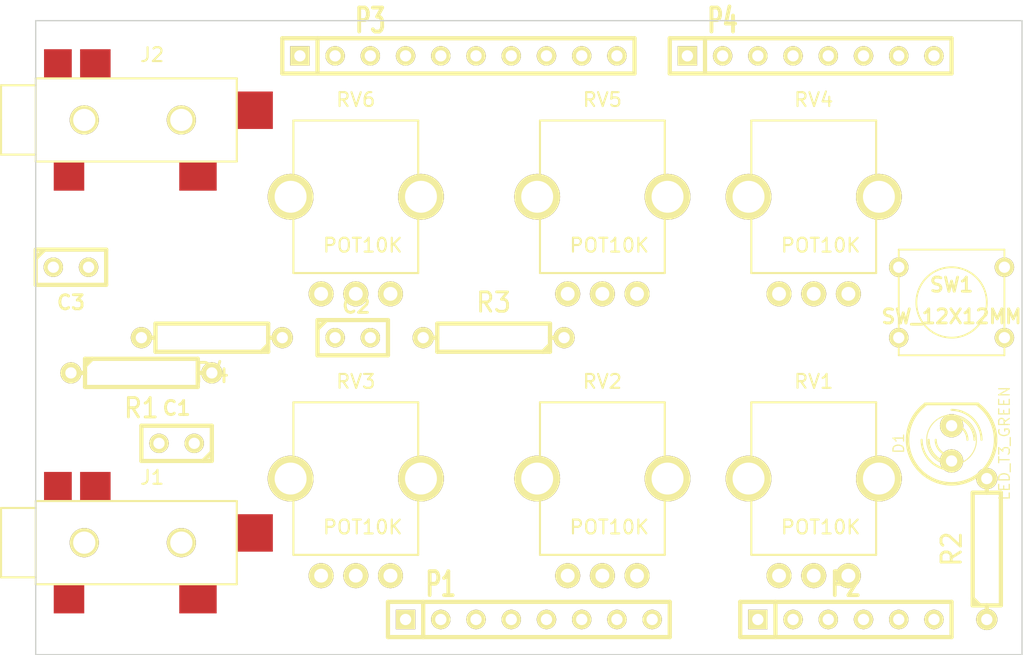
<source format=kicad_pcb>
(kicad_pcb (version 3) (host pcbnew "(2013-07-07 BZR 4022)-stable")

  (general
    (links 40)
    (no_connects 40)
    (area 59.400999 86.425309 170.497501 152.806401)
    (thickness 1.6)
    (drawings 4)
    (tracks 0)
    (zones 0)
    (modules 21)
    (nets 17)
  )

  (page A)
  (title_block 
    (title ArduSynth)
    (company "Electronics Is Fun / uCHobby")
    (comment 1 "Arduino Synthesizer Shield")
  )

  (layers
    (15 F.Cu signal)
    (0 B.Cu signal)
    (16 B.Adhes user)
    (17 F.Adhes user)
    (18 B.Paste user)
    (19 F.Paste user)
    (20 B.SilkS user)
    (21 F.SilkS user)
    (22 B.Mask user)
    (23 F.Mask user)
    (24 Dwgs.User user)
    (25 Cmts.User user)
    (26 Eco1.User user)
    (27 Eco2.User user)
    (28 Edge.Cuts user)
  )

  (setup
    (last_trace_width 0.254)
    (trace_clearance 0.254)
    (zone_clearance 0.508)
    (zone_45_only no)
    (trace_min 0.254)
    (segment_width 0.2)
    (edge_width 0.1)
    (via_size 0.889)
    (via_drill 0.635)
    (via_min_size 0.889)
    (via_min_drill 0.508)
    (uvia_size 0.508)
    (uvia_drill 0.127)
    (uvias_allowed no)
    (uvia_min_size 0.508)
    (uvia_min_drill 0.127)
    (pcb_text_width 0.3)
    (pcb_text_size 1.5 1.5)
    (mod_edge_width 0.15)
    (mod_text_size 1 1)
    (mod_text_width 0.15)
    (pad_size 1.8 1.8)
    (pad_drill 1)
    (pad_to_mask_clearance 0)
    (aux_axis_origin 96.52 81.28)
    (visible_elements 7FFFFFFF)
    (pcbplotparams
      (layerselection 3178497)
      (usegerberextensions true)
      (excludeedgelayer true)
      (linewidth 0.150000)
      (plotframeref false)
      (viasonmask false)
      (mode 1)
      (useauxorigin false)
      (hpglpennumber 1)
      (hpglpenspeed 20)
      (hpglpendiameter 15)
      (hpglpenoverlay 2)
      (psnegative false)
      (psa4output false)
      (plotreference true)
      (plotvalue true)
      (plotothertext true)
      (plotinvisibletext false)
      (padsonsilk false)
      (subtractmaskfromsilk false)
      (outputformat 1)
      (mirror false)
      (drillshape 1)
      (scaleselection 1)
      (outputdirectory ""))
  )

  (net 0 "")
  (net 1 /ADJ1)
  (net 2 /ADJ2)
  (net 3 /ADJ4)
  (net 4 /ADJ5)
  (net 5 "/AUDIO OUT")
  (net 6 /CV)
  (net 7 /TRIGGER)
  (net 8 N-0000013)
  (net 9 N-0000018)
  (net 10 N-0000022)
  (net 11 N-0000035)
  (net 12 N-0000036)
  (net 13 N-0000037)
  (net 14 N-0000038)
  (net 15 VDD)
  (net 16 VSS)

  (net_class Default "This is the default net class."
    (clearance 0.254)
    (trace_width 0.254)
    (via_dia 0.889)
    (via_drill 0.635)
    (uvia_dia 0.508)
    (uvia_drill 0.127)
    (add_net "")
    (add_net /ADJ1)
    (add_net /ADJ2)
    (add_net /ADJ4)
    (add_net /ADJ5)
    (add_net "/AUDIO OUT")
    (add_net /CV)
    (add_net /TRIGGER)
    (add_net N-0000013)
    (add_net N-0000018)
    (add_net N-0000022)
    (add_net N-0000035)
    (add_net N-0000036)
    (add_net N-0000037)
    (add_net N-0000038)
    (add_net VDD)
    (add_net VSS)
  )

  (module SW_PUSH_SMALL (layer F.Cu) (tedit 5477B842) (tstamp 54519B2B)
    (at 162.56 55.88)
    (path /54724C53)
    (fp_text reference SW1 (at 0 -1.27) (layer F.SilkS)
      (effects (font (size 1.016 1.016) (thickness 0.2032)))
    )
    (fp_text value SW_12X12MM (at 0 1.016) (layer F.SilkS)
      (effects (font (size 1.016 1.016) (thickness 0.2032)))
    )
    (fp_circle (center 0 0) (end 0 -2.54) (layer F.SilkS) (width 0.127))
    (fp_line (start -3.81 -3.81) (end 3.81 -3.81) (layer F.SilkS) (width 0.127))
    (fp_line (start 3.81 -3.81) (end 3.81 3.81) (layer F.SilkS) (width 0.127))
    (fp_line (start 3.81 3.81) (end -3.81 3.81) (layer F.SilkS) (width 0.127))
    (fp_line (start -3.81 -3.81) (end -3.81 3.81) (layer F.SilkS) (width 0.127))
    (pad 1 thru_hole circle (at 3.81 -2.54) (size 1.397 1.397) (drill 0.8128)
      (layers *.Cu *.Mask F.SilkS)
      (net 7 /TRIGGER)
    )
    (pad 2 thru_hole circle (at 3.81 2.54) (size 1.397 1.397) (drill 0.8128)
      (layers *.Cu *.Mask F.SilkS)
      (net 7 /TRIGGER)
    )
    (pad 1 thru_hole circle (at -3.81 -2.54) (size 1.397 1.397) (drill 0.8128)
      (layers *.Cu *.Mask F.SilkS)
      (net 7 /TRIGGER)
    )
    (pad 2 thru_hole circle (at -3.81 2.54) (size 1.397 1.397) (drill 0.8128)
      (layers *.Cu *.Mask F.SilkS)
      (net 7 /TRIGGER)
    )
  )

  (module R4 (layer F.Cu) (tedit 54519D78) (tstamp 54519B39)
    (at 165.1 73.66 90)
    (descr "Resitance 4 pas")
    (tags R)
    (path /54727E50)
    (autoplace_cost180 10)
    (fp_text reference R2 (at 0 -2.54 90) (layer F.SilkS)
      (effects (font (size 1.397 1.27) (thickness 0.2032)))
    )
    (fp_text value 330 (at 0 0 90) (layer F.SilkS) hide
      (effects (font (size 1.397 1.27) (thickness 0.2032)))
    )
    (fp_line (start -5.08 0) (end -4.064 0) (layer F.SilkS) (width 0.3048))
    (fp_line (start -4.064 0) (end -4.064 -1.016) (layer F.SilkS) (width 0.3048))
    (fp_line (start -4.064 -1.016) (end 4.064 -1.016) (layer F.SilkS) (width 0.3048))
    (fp_line (start 4.064 -1.016) (end 4.064 1.016) (layer F.SilkS) (width 0.3048))
    (fp_line (start 4.064 1.016) (end -4.064 1.016) (layer F.SilkS) (width 0.3048))
    (fp_line (start -4.064 1.016) (end -4.064 0) (layer F.SilkS) (width 0.3048))
    (fp_line (start -4.064 -0.508) (end -3.556 -1.016) (layer F.SilkS) (width 0.3048))
    (fp_line (start 5.08 0) (end 4.064 0) (layer F.SilkS) (width 0.3048))
    (pad 1 thru_hole circle (at -5.08 0 90) (size 1.524 1.524) (drill 0.8128)
      (layers *.Cu *.Mask F.SilkS)
      (net 15 VDD)
    )
    (pad 2 thru_hole circle (at 5.08 0 90) (size 1.524 1.524) (drill 0.8128)
      (layers *.Cu *.Mask F.SilkS)
      (net 11 N-0000035)
    )
    (model discret/resistor.wrl
      (at (xyz 0 0 0))
      (scale (xyz 0.4 0.4 0.4))
      (rotate (xyz 0 0 0))
    )
  )

  (module R4 (layer F.Cu) (tedit 5451B222) (tstamp 547B9895)
    (at 109.22 58.42 180)
    (descr "Resitance 4 pas")
    (tags R)
    (path /54727EB0)
    (autoplace_cost180 10)
    (fp_text reference R4 (at 0 -2.54 180) (layer F.SilkS)
      (effects (font (size 1.397 1.27) (thickness 0.2032)))
    )
    (fp_text value 100 (at 0 0 180) (layer F.SilkS) hide
      (effects (font (size 1.397 1.27) (thickness 0.2032)))
    )
    (fp_line (start -5.08 0) (end -4.064 0) (layer F.SilkS) (width 0.3048))
    (fp_line (start -4.064 0) (end -4.064 -1.016) (layer F.SilkS) (width 0.3048))
    (fp_line (start -4.064 -1.016) (end 4.064 -1.016) (layer F.SilkS) (width 0.3048))
    (fp_line (start 4.064 -1.016) (end 4.064 1.016) (layer F.SilkS) (width 0.3048))
    (fp_line (start 4.064 1.016) (end -4.064 1.016) (layer F.SilkS) (width 0.3048))
    (fp_line (start -4.064 1.016) (end -4.064 0) (layer F.SilkS) (width 0.3048))
    (fp_line (start -4.064 -0.508) (end -3.556 -1.016) (layer F.SilkS) (width 0.3048))
    (fp_line (start 5.08 0) (end 4.064 0) (layer F.SilkS) (width 0.3048))
    (pad 1 thru_hole circle (at -5.08 0 180) (size 1.524 1.524) (drill 0.8128)
      (layers *.Cu *.Mask F.SilkS)
      (net 14 N-0000038)
    )
    (pad 2 thru_hole circle (at 5.08 0 180) (size 1.524 1.524) (drill 0.8128)
      (layers *.Cu *.Mask F.SilkS)
      (net 13 N-0000037)
    )
    (model discret/resistor.wrl
      (at (xyz 0 0 0))
      (scale (xyz 0.4 0.4 0.4))
      (rotate (xyz 0 0 0))
    )
  )

  (module R4 (layer F.Cu) (tedit 54519D6D) (tstamp 54519B55)
    (at 104.14 60.96)
    (descr "Resitance 4 pas")
    (tags R)
    (path /54727E17)
    (autoplace_cost180 10)
    (fp_text reference R1 (at 0 2.54) (layer F.SilkS)
      (effects (font (size 1.397 1.27) (thickness 0.2032)))
    )
    (fp_text value 3.3K (at 0 0) (layer F.SilkS) hide
      (effects (font (size 1.397 1.27) (thickness 0.2032)))
    )
    (fp_line (start -5.08 0) (end -4.064 0) (layer F.SilkS) (width 0.3048))
    (fp_line (start -4.064 0) (end -4.064 -1.016) (layer F.SilkS) (width 0.3048))
    (fp_line (start -4.064 -1.016) (end 4.064 -1.016) (layer F.SilkS) (width 0.3048))
    (fp_line (start 4.064 -1.016) (end 4.064 1.016) (layer F.SilkS) (width 0.3048))
    (fp_line (start 4.064 1.016) (end -4.064 1.016) (layer F.SilkS) (width 0.3048))
    (fp_line (start -4.064 1.016) (end -4.064 0) (layer F.SilkS) (width 0.3048))
    (fp_line (start -4.064 -0.508) (end -3.556 -1.016) (layer F.SilkS) (width 0.3048))
    (fp_line (start 5.08 0) (end 4.064 0) (layer F.SilkS) (width 0.3048))
    (pad 1 thru_hole circle (at -5.08 0) (size 1.524 1.524) (drill 0.8128)
      (layers *.Cu *.Mask F.SilkS)
      (net 6 /CV)
    )
    (pad 2 thru_hole circle (at 5.08 0) (size 1.524 1.524) (drill 0.8128)
      (layers *.Cu *.Mask F.SilkS)
      (net 8 N-0000013)
    )
    (model discret/resistor.wrl
      (at (xyz 0 0 0))
      (scale (xyz 0.4 0.4 0.4))
      (rotate (xyz 0 0 0))
    )
  )

  (module R4 (layer F.Cu) (tedit 54779AD7) (tstamp 54519B63)
    (at 129.54 58.42 180)
    (descr "Resitance 4 pas")
    (tags R)
    (path /54727E80)
    (autoplace_cost180 10)
    (fp_text reference R3 (at 0 2.54 180) (layer F.SilkS)
      (effects (font (size 1.397 1.27) (thickness 0.2032)))
    )
    (fp_text value 270 (at 0 0 180) (layer F.SilkS) hide
      (effects (font (size 1.397 1.27) (thickness 0.2032)))
    )
    (fp_line (start -5.08 0) (end -4.064 0) (layer F.SilkS) (width 0.3048))
    (fp_line (start -4.064 0) (end -4.064 -1.016) (layer F.SilkS) (width 0.3048))
    (fp_line (start -4.064 -1.016) (end 4.064 -1.016) (layer F.SilkS) (width 0.3048))
    (fp_line (start 4.064 -1.016) (end 4.064 1.016) (layer F.SilkS) (width 0.3048))
    (fp_line (start 4.064 1.016) (end -4.064 1.016) (layer F.SilkS) (width 0.3048))
    (fp_line (start -4.064 1.016) (end -4.064 0) (layer F.SilkS) (width 0.3048))
    (fp_line (start -4.064 -0.508) (end -3.556 -1.016) (layer F.SilkS) (width 0.3048))
    (fp_line (start 5.08 0) (end 4.064 0) (layer F.SilkS) (width 0.3048))
    (pad 1 thru_hole circle (at -5.08 0 180) (size 1.524 1.524) (drill 0.8128)
      (layers *.Cu *.Mask F.SilkS)
      (net 12 N-0000036)
    )
    (pad 2 thru_hole circle (at 5.08 0 180) (size 1.524 1.524) (drill 0.8128)
      (layers *.Cu *.Mask F.SilkS)
      (net 14 N-0000038)
    )
    (model discret/resistor.wrl
      (at (xyz 0 0 0))
      (scale (xyz 0.4 0.4 0.4))
      (rotate (xyz 0 0 0))
    )
  )

  (module C1 (layer F.Cu) (tedit 54779B02) (tstamp 54519BC2)
    (at 106.68 66.04 180)
    (descr "Condensateur e = 1 pas")
    (tags C)
    (path /54728414)
    (fp_text reference C1 (at 0 2.54 180) (layer F.SilkS)
      (effects (font (size 1.016 1.016) (thickness 0.2032)))
    )
    (fp_text value 0.1UF (at 0 -2.286 180) (layer F.SilkS) hide
      (effects (font (size 1.016 1.016) (thickness 0.2032)))
    )
    (fp_line (start -2.4892 -1.27) (end 2.54 -1.27) (layer F.SilkS) (width 0.3048))
    (fp_line (start 2.54 -1.27) (end 2.54 1.27) (layer F.SilkS) (width 0.3048))
    (fp_line (start 2.54 1.27) (end -2.54 1.27) (layer F.SilkS) (width 0.3048))
    (fp_line (start -2.54 1.27) (end -2.54 -1.27) (layer F.SilkS) (width 0.3048))
    (fp_line (start -2.54 -0.635) (end -1.905 -1.27) (layer F.SilkS) (width 0.3048))
    (pad 1 thru_hole circle (at -1.27 0 180) (size 1.397 1.397) (drill 0.8128)
      (layers *.Cu *.Mask F.SilkS)
      (net 8 N-0000013)
    )
    (pad 2 thru_hole circle (at 1.27 0 180) (size 1.397 1.397) (drill 0.8128)
      (layers *.Cu *.Mask F.SilkS)
      (net 16 VSS)
    )
    (model discret/capa_1_pas.wrl
      (at (xyz 0 0 0))
      (scale (xyz 1 1 1))
      (rotate (xyz 0 0 0))
    )
  )

  (module C1 (layer F.Cu) (tedit 3F92C496) (tstamp 54519BCD)
    (at 119.38 58.42)
    (descr "Condensateur e = 1 pas")
    (tags C)
    (path /54728436)
    (fp_text reference C2 (at 0.254 -2.286) (layer F.SilkS)
      (effects (font (size 1.016 1.016) (thickness 0.2032)))
    )
    (fp_text value 0.1UF (at 0 -2.286) (layer F.SilkS) hide
      (effects (font (size 1.016 1.016) (thickness 0.2032)))
    )
    (fp_line (start -2.4892 -1.27) (end 2.54 -1.27) (layer F.SilkS) (width 0.3048))
    (fp_line (start 2.54 -1.27) (end 2.54 1.27) (layer F.SilkS) (width 0.3048))
    (fp_line (start 2.54 1.27) (end -2.54 1.27) (layer F.SilkS) (width 0.3048))
    (fp_line (start -2.54 1.27) (end -2.54 -1.27) (layer F.SilkS) (width 0.3048))
    (fp_line (start -2.54 -0.635) (end -1.905 -1.27) (layer F.SilkS) (width 0.3048))
    (pad 1 thru_hole circle (at -1.27 0) (size 1.397 1.397) (drill 0.8128)
      (layers *.Cu *.Mask F.SilkS)
      (net 14 N-0000038)
    )
    (pad 2 thru_hole circle (at 1.27 0) (size 1.397 1.397) (drill 0.8128)
      (layers *.Cu *.Mask F.SilkS)
      (net 16 VSS)
    )
    (model discret/capa_1_pas.wrl
      (at (xyz 0 0 0))
      (scale (xyz 1 1 1))
      (rotate (xyz 0 0 0))
    )
  )

  (module C1 (layer F.Cu) (tedit 54779AEB) (tstamp 54519BD8)
    (at 99.06 53.34)
    (descr "Condensateur e = 1 pas")
    (tags C)
    (path /547283B5)
    (fp_text reference C3 (at 0 2.54) (layer F.SilkS)
      (effects (font (size 1.016 1.016) (thickness 0.2032)))
    )
    (fp_text value 0.01UF (at 0 -2.286) (layer F.SilkS) hide
      (effects (font (size 1.016 1.016) (thickness 0.2032)))
    )
    (fp_line (start -2.4892 -1.27) (end 2.54 -1.27) (layer F.SilkS) (width 0.3048))
    (fp_line (start 2.54 -1.27) (end 2.54 1.27) (layer F.SilkS) (width 0.3048))
    (fp_line (start 2.54 1.27) (end -2.54 1.27) (layer F.SilkS) (width 0.3048))
    (fp_line (start -2.54 1.27) (end -2.54 -1.27) (layer F.SilkS) (width 0.3048))
    (fp_line (start -2.54 -0.635) (end -1.905 -1.27) (layer F.SilkS) (width 0.3048))
    (pad 1 thru_hole circle (at -1.27 0) (size 1.397 1.397) (drill 0.8128)
      (layers *.Cu *.Mask F.SilkS)
      (net 13 N-0000037)
    )
    (pad 2 thru_hole circle (at 1.27 0) (size 1.397 1.397) (drill 0.8128)
      (layers *.Cu *.Mask F.SilkS)
      (net 16 VSS)
    )
    (model discret/capa_1_pas.wrl
      (at (xyz 0 0 0))
      (scale (xyz 1 1 1))
      (rotate (xyz 0 0 0))
    )
  )

  (module SIL-8 (layer F.Cu) (tedit 5477B8C9) (tstamp 5451B169)
    (at 152.4 38.1)
    (descr "Connecteur 8 pins")
    (tags "CONN DEV")
    (path /54727477)
    (fp_text reference P4 (at -6.35 -2.54) (layer F.SilkS)
      (effects (font (size 1.72974 1.08712) (thickness 0.3048)))
    )
    (fp_text value ARD_CONN_8 (at 5.08 -2.54) (layer F.SilkS) hide
      (effects (font (size 1.524 1.016) (thickness 0.254)))
    )
    (fp_line (start -10.16 -1.27) (end 10.16 -1.27) (layer F.SilkS) (width 0.3048))
    (fp_line (start 10.16 -1.27) (end 10.16 1.27) (layer F.SilkS) (width 0.3048))
    (fp_line (start 10.16 1.27) (end -10.16 1.27) (layer F.SilkS) (width 0.3048))
    (fp_line (start -10.16 1.27) (end -10.16 -1.27) (layer F.SilkS) (width 0.3048))
    (fp_line (start -7.62 1.27) (end -7.62 -1.27) (layer F.SilkS) (width 0.3048))
    (pad 1 thru_hole rect (at -8.89 0) (size 1.397 1.397) (drill 0.8128)
      (layers *.Cu *.Mask F.SilkS)
    )
    (pad 2 thru_hole circle (at -6.35 0) (size 1.397 1.397) (drill 0.8128)
      (layers *.Cu *.Mask F.SilkS)
    )
    (pad 3 thru_hole circle (at -3.81 0) (size 1.397 1.397) (drill 0.8128)
      (layers *.Cu *.Mask F.SilkS)
    )
    (pad 4 thru_hole circle (at -1.27 0) (size 1.397 1.397) (drill 0.8128)
      (layers *.Cu *.Mask F.SilkS)
    )
    (pad 5 thru_hole circle (at 1.27 0) (size 1.397 1.397) (drill 0.8128)
      (layers *.Cu *.Mask F.SilkS)
    )
    (pad 6 thru_hole circle (at 3.81 0) (size 1.397 1.397) (drill 0.8128)
      (layers *.Cu *.Mask F.SilkS)
      (net 7 /TRIGGER)
    )
    (pad 7 thru_hole circle (at 6.35 0) (size 1.397 1.397) (drill 0.8128)
      (layers *.Cu *.Mask F.SilkS)
    )
    (pad 8 thru_hole circle (at 8.89 0) (size 1.397 1.397) (drill 0.8128)
      (layers *.Cu *.Mask F.SilkS)
    )
  )

  (module SIL-8 (layer F.Cu) (tedit 5477B8BD) (tstamp 5451B17A)
    (at 132.08 78.74)
    (descr "Connecteur 8 pins")
    (tags "CONN DEV")
    (path /5472745C)
    (fp_text reference P1 (at -6.35 -2.54) (layer F.SilkS)
      (effects (font (size 1.72974 1.08712) (thickness 0.3048)))
    )
    (fp_text value ARD_CONN_8 (at 5.08 -2.54) (layer F.SilkS) hide
      (effects (font (size 1.524 1.016) (thickness 0.254)))
    )
    (fp_line (start -10.16 -1.27) (end 10.16 -1.27) (layer F.SilkS) (width 0.3048))
    (fp_line (start 10.16 -1.27) (end 10.16 1.27) (layer F.SilkS) (width 0.3048))
    (fp_line (start 10.16 1.27) (end -10.16 1.27) (layer F.SilkS) (width 0.3048))
    (fp_line (start -10.16 1.27) (end -10.16 -1.27) (layer F.SilkS) (width 0.3048))
    (fp_line (start -7.62 1.27) (end -7.62 -1.27) (layer F.SilkS) (width 0.3048))
    (pad 1 thru_hole rect (at -8.89 0) (size 1.397 1.397) (drill 0.8128)
      (layers *.Cu *.Mask F.SilkS)
    )
    (pad 2 thru_hole circle (at -6.35 0) (size 1.397 1.397) (drill 0.8128)
      (layers *.Cu *.Mask F.SilkS)
    )
    (pad 3 thru_hole circle (at -3.81 0) (size 1.397 1.397) (drill 0.8128)
      (layers *.Cu *.Mask F.SilkS)
    )
    (pad 4 thru_hole circle (at -1.27 0) (size 1.397 1.397) (drill 0.8128)
      (layers *.Cu *.Mask F.SilkS)
    )
    (pad 5 thru_hole circle (at 1.27 0) (size 1.397 1.397) (drill 0.8128)
      (layers *.Cu *.Mask F.SilkS)
      (net 15 VDD)
    )
    (pad 6 thru_hole circle (at 3.81 0) (size 1.397 1.397) (drill 0.8128)
      (layers *.Cu *.Mask F.SilkS)
      (net 16 VSS)
    )
    (pad 7 thru_hole circle (at 6.35 0) (size 1.397 1.397) (drill 0.8128)
      (layers *.Cu *.Mask F.SilkS)
      (net 16 VSS)
    )
    (pad 8 thru_hole circle (at 8.89 0) (size 1.397 1.397) (drill 0.8128)
      (layers *.Cu *.Mask F.SilkS)
    )
  )

  (module SIL-6 (layer F.Cu) (tedit 200000) (tstamp 5451B189)
    (at 154.94 78.74)
    (descr "Connecteur 6 pins")
    (tags "CONN DEV")
    (path /54727517)
    (fp_text reference P2 (at 0 -2.54) (layer F.SilkS)
      (effects (font (size 1.72974 1.08712) (thickness 0.3048)))
    )
    (fp_text value ADR_CONN_6 (at 0 -2.54) (layer F.SilkS) hide
      (effects (font (size 1.524 1.016) (thickness 0.3048)))
    )
    (fp_line (start -7.62 1.27) (end -7.62 -1.27) (layer F.SilkS) (width 0.3048))
    (fp_line (start -7.62 -1.27) (end 7.62 -1.27) (layer F.SilkS) (width 0.3048))
    (fp_line (start 7.62 -1.27) (end 7.62 1.27) (layer F.SilkS) (width 0.3048))
    (fp_line (start 7.62 1.27) (end -7.62 1.27) (layer F.SilkS) (width 0.3048))
    (fp_line (start -5.08 1.27) (end -5.08 -1.27) (layer F.SilkS) (width 0.3048))
    (pad 1 thru_hole rect (at -6.35 0) (size 1.397 1.397) (drill 0.8128)
      (layers *.Cu *.Mask F.SilkS)
      (net 8 N-0000013)
    )
    (pad 2 thru_hole circle (at -3.81 0) (size 1.397 1.397) (drill 0.8128)
      (layers *.Cu *.Mask F.SilkS)
      (net 4 /ADJ5)
    )
    (pad 3 thru_hole circle (at -1.27 0) (size 1.397 1.397) (drill 0.8128)
      (layers *.Cu *.Mask F.SilkS)
      (net 3 /ADJ4)
    )
    (pad 4 thru_hole circle (at 1.27 0) (size 1.397 1.397) (drill 0.8128)
      (layers *.Cu *.Mask F.SilkS)
      (net 10 N-0000022)
    )
    (pad 5 thru_hole circle (at 3.81 0) (size 1.397 1.397) (drill 0.8128)
      (layers *.Cu *.Mask F.SilkS)
      (net 2 /ADJ2)
    )
    (pad 6 thru_hole circle (at 6.35 0) (size 1.397 1.397) (drill 0.8128)
      (layers *.Cu *.Mask F.SilkS)
      (net 1 /ADJ1)
    )
  )

  (module SIL-10 (layer F.Cu) (tedit 5477B8D4) (tstamp 5451B19C)
    (at 127 38.1)
    (descr "Connecteur 10 pins")
    (tags "CONN DEV")
    (path /54727532)
    (fp_text reference P3 (at -6.35 -2.54) (layer F.SilkS)
      (effects (font (size 1.72974 1.08712) (thickness 0.3048)))
    )
    (fp_text value ARD_CONN_10 (at 6.35 -2.54) (layer F.SilkS) hide
      (effects (font (size 1.524 1.016) (thickness 0.254)))
    )
    (fp_line (start -12.7 1.27) (end -12.7 -1.27) (layer F.SilkS) (width 0.3048))
    (fp_line (start -12.7 -1.27) (end 12.7 -1.27) (layer F.SilkS) (width 0.3048))
    (fp_line (start 12.7 -1.27) (end 12.7 1.27) (layer F.SilkS) (width 0.3048))
    (fp_line (start 12.7 1.27) (end -12.7 1.27) (layer F.SilkS) (width 0.3048))
    (fp_line (start -10.16 1.27) (end -10.16 -1.27) (layer F.SilkS) (width 0.3048))
    (pad 1 thru_hole rect (at -11.43 0) (size 1.397 1.397) (drill 0.8128)
      (layers *.Cu *.Mask F.SilkS)
    )
    (pad 2 thru_hole circle (at -8.89 0) (size 1.397 1.397) (drill 0.8128)
      (layers *.Cu *.Mask F.SilkS)
    )
    (pad 3 thru_hole circle (at -6.35 0) (size 1.397 1.397) (drill 0.8128)
      (layers *.Cu *.Mask F.SilkS)
    )
    (pad 4 thru_hole circle (at -3.81 0) (size 1.397 1.397) (drill 0.8128)
      (layers *.Cu *.Mask F.SilkS)
    )
    (pad 5 thru_hole circle (at -1.27 0) (size 1.397 1.397) (drill 0.8128)
      (layers *.Cu *.Mask F.SilkS)
      (net 9 N-0000018)
    )
    (pad 6 thru_hole circle (at 1.27 0) (size 1.397 1.397) (drill 0.8128)
      (layers *.Cu *.Mask F.SilkS)
    )
    (pad 7 thru_hole circle (at 3.81 0) (size 1.397 1.397) (drill 0.8128)
      (layers *.Cu *.Mask F.SilkS)
    )
    (pad 8 thru_hole circle (at 6.35 0) (size 1.397 1.397) (drill 0.8128)
      (layers *.Cu *.Mask F.SilkS)
    )
    (pad 9 thru_hole circle (at 8.89 0) (size 1.397 1.397) (drill 0.8128)
      (layers *.Cu *.Mask F.SilkS)
      (net 12 N-0000036)
    )
    (pad 10 thru_hole circle (at 11.43 0) (size 1.397 1.397) (drill 0.8128)
      (layers *.Cu *.Mask F.SilkS)
    )
  )

  (module LED-5MM (layer F.Cu) (tedit 50ADE86B) (tstamp 5451B452)
    (at 162.56 66.04 90)
    (descr "LED 5mm - Lead pitch 100mil (2,54mm)")
    (tags "LED led 5mm 5MM 100mil 2,54mm")
    (path /54727886)
    (fp_text reference D1 (at 0 -3.81 90) (layer F.SilkS)
      (effects (font (size 0.762 0.762) (thickness 0.0889)))
    )
    (fp_text value LED_T3_GREEN (at 0 3.81 90) (layer F.SilkS)
      (effects (font (size 0.762 0.762) (thickness 0.0889)))
    )
    (fp_line (start 2.8448 1.905) (end 2.8448 -1.905) (layer F.SilkS) (width 0.2032))
    (fp_circle (center 0.254 0) (end -1.016 1.27) (layer F.SilkS) (width 0.0762))
    (fp_arc (start 0.254 0) (end 2.794 1.905) (angle 286.2) (layer F.SilkS) (width 0.254))
    (fp_arc (start 0.254 0) (end -0.889 0) (angle 90) (layer F.SilkS) (width 0.1524))
    (fp_arc (start 0.254 0) (end 1.397 0) (angle 90) (layer F.SilkS) (width 0.1524))
    (fp_arc (start 0.254 0) (end -1.397 0) (angle 90) (layer F.SilkS) (width 0.1524))
    (fp_arc (start 0.254 0) (end 1.905 0) (angle 90) (layer F.SilkS) (width 0.1524))
    (fp_arc (start 0.254 0) (end -1.905 0) (angle 90) (layer F.SilkS) (width 0.1524))
    (fp_arc (start 0.254 0) (end 2.413 0) (angle 90) (layer F.SilkS) (width 0.1524))
    (pad 1 thru_hole circle (at -1.27 0 90) (size 1.6764 1.6764) (drill 0.8128)
      (layers *.Cu *.Mask F.SilkS)
      (net 11 N-0000035)
    )
    (pad 2 thru_hole circle (at 1.27 0 90) (size 1.6764 1.6764) (drill 0.8128)
      (layers *.Cu *.Mask F.SilkS)
      (net 9 N-0000018)
    )
    (model discret/leds/led5_vertical_verde.wrl
      (at (xyz 0 0 0))
      (scale (xyz 1 1 1))
      (rotate (xyz 0 0 0))
    )
  )

  (module JACK_3.5mm (layer F.Cu) (tedit 5477AB42) (tstamp 54780B9D)
    (at 96.52 76.2)
    (path /54726877)
    (fp_text reference J1 (at 8.4 -7.7) (layer F.SilkS)
      (effects (font (size 1 1) (thickness 0.15)))
    )
    (fp_text value STEREO_JACK_3.5MM (at 7.4 -0.9) (layer F.SilkS) hide
      (effects (font (size 1 1) (thickness 0.15)))
    )
    (fp_line (start -2.5 -3) (end -2.5 -0.5) (layer F.SilkS) (width 0.15))
    (fp_line (start -2.5 -0.5) (end 0 -0.5) (layer F.SilkS) (width 0.15))
    (fp_line (start -2.5 -3) (end -2.5 -5.5) (layer F.SilkS) (width 0.15))
    (fp_line (start -2.5 -5.5) (end 0 -5.5) (layer F.SilkS) (width 0.15))
    (fp_line (start 0 0) (end 14.5 0) (layer F.SilkS) (width 0.15))
    (fp_line (start 14.5 0) (end 14.5 -6) (layer F.SilkS) (width 0.15))
    (fp_line (start 14.5 -6) (end 0 -6) (layer F.SilkS) (width 0.15))
    (fp_line (start 0 -6) (end 0 0) (layer F.SilkS) (width 0.15))
    (pad 2 smd rect (at 4.3 -7.05) (size 2.2 2.1)
      (layers F.Cu F.Paste F.Mask)
      (net 6 /CV)
    )
    (pad 3 smd rect (at 11.7 1.05) (size 2.7 2.1)
      (layers F.Cu F.Paste F.Mask)
      (net 6 /CV)
    )
    (pad 4 smd rect (at 1.6 -7.05) (size 2 2.1)
      (layers F.Cu F.Paste F.Mask)
    )
    (pad 5 smd rect (at 15.8 -3.7) (size 2.6 2.7)
      (layers F.Cu F.Paste F.Mask)
    )
    (pad 1 smd rect (at 2.4 1.05) (size 2.2 2.1)
      (layers F.Cu F.Paste F.Mask)
      (net 16 VSS)
    )
    (pad 7 thru_hole circle (at 10.5 -3) (size 2.1 2.1) (drill 1.6)
      (layers *.Cu *.Mask F.SilkS Dwgs.User)
      (zone_connect 0)
    )
    (pad 6 thru_hole circle (at 3.5 -3) (size 2.1 2.1) (drill 1.6)
      (layers *.Cu *.Mask F.SilkS Dwgs.User)
      (zone_connect 0)
    )
  )

  (module JACK_3.5mm (layer F.Cu) (tedit 5477AB42) (tstamp 54780BCF)
    (at 96.52 45.72)
    (path /547268B0)
    (fp_text reference J2 (at 8.4 -7.7) (layer F.SilkS)
      (effects (font (size 1 1) (thickness 0.15)))
    )
    (fp_text value STEREO_JACK_3.5MM (at 7.4 -0.9) (layer F.SilkS) hide
      (effects (font (size 1 1) (thickness 0.15)))
    )
    (fp_line (start -2.5 -3) (end -2.5 -0.5) (layer F.SilkS) (width 0.15))
    (fp_line (start -2.5 -0.5) (end 0 -0.5) (layer F.SilkS) (width 0.15))
    (fp_line (start -2.5 -3) (end -2.5 -5.5) (layer F.SilkS) (width 0.15))
    (fp_line (start -2.5 -5.5) (end 0 -5.5) (layer F.SilkS) (width 0.15))
    (fp_line (start 0 0) (end 14.5 0) (layer F.SilkS) (width 0.15))
    (fp_line (start 14.5 0) (end 14.5 -6) (layer F.SilkS) (width 0.15))
    (fp_line (start 14.5 -6) (end 0 -6) (layer F.SilkS) (width 0.15))
    (fp_line (start 0 -6) (end 0 0) (layer F.SilkS) (width 0.15))
    (pad 2 smd rect (at 4.3 -7.05) (size 2.2 2.1)
      (layers F.Cu F.Paste F.Mask)
      (net 5 "/AUDIO OUT")
    )
    (pad 3 smd rect (at 11.7 1.05) (size 2.7 2.1)
      (layers F.Cu F.Paste F.Mask)
      (net 5 "/AUDIO OUT")
    )
    (pad 4 smd rect (at 1.6 -7.05) (size 2 2.1)
      (layers F.Cu F.Paste F.Mask)
    )
    (pad 5 smd rect (at 15.8 -3.7) (size 2.6 2.7)
      (layers F.Cu F.Paste F.Mask)
    )
    (pad 1 smd rect (at 2.4 1.05) (size 2.2 2.1)
      (layers F.Cu F.Paste F.Mask)
      (net 16 VSS)
    )
    (pad 7 thru_hole circle (at 10.5 -3) (size 2.1 2.1) (drill 1.6)
      (layers *.Cu *.Mask F.SilkS Dwgs.User)
      (zone_connect 0)
    )
    (pad 6 thru_hole circle (at 3.5 -3) (size 2.1 2.1) (drill 1.6)
      (layers *.Cu *.Mask F.SilkS Dwgs.User)
      (zone_connect 0)
    )
  )

  (module ALPS-10x10mm (layer F.Cu) (tedit 547B9495) (tstamp 54519B71)
    (at 147.32 68.58)
    (path /5472557B)
    (fp_text reference RV1 (at 5.3 -7) (layer F.SilkS)
      (effects (font (size 1 1) (thickness 0.15)))
    )
    (fp_text value POT10K (at 5.8 3.5) (layer F.SilkS)
      (effects (font (size 1 1) (thickness 0.15)))
    )
    (fp_line (start 9.8 5.5) (end 9.8 -5.5) (layer F.SilkS) (width 0.15))
    (fp_line (start 0.8 5.5) (end 0.8 -5.5) (layer F.SilkS) (width 0.15))
    (fp_line (start 9.8 5.5) (end 0.8 5.5) (layer F.SilkS) (width 0.15))
    (fp_line (start 9.8 -5.5) (end 0.8 -5.5) (layer F.SilkS) (width 0.15))
    (pad 1 thru_hole circle (at 2.8 7) (size 1.8 1.8) (drill 1)
      (layers *.Cu *.Mask F.SilkS)
      (net 16 VSS)
    )
    (pad 2 thru_hole circle (at 5.3 7) (size 1.8 1.8) (drill 1)
      (layers *.Cu *.Mask F.SilkS)
      (net 1 /ADJ1)
    )
    (pad 3 thru_hole circle (at 7.8 7) (size 1.8 1.8) (drill 1)
      (layers *.Cu *.Mask F.SilkS)
      (net 15 VDD)
    )
    (pad 4 thru_hole circle (at 0.6 0) (size 3.3 3.3) (drill 2.3)
      (layers *.Cu *.Mask F.SilkS)
    )
    (pad 5 thru_hole circle (at 10 0) (size 3.3 3.3) (drill 2.3)
      (layers *.Cu *.Mask F.SilkS)
    )
  )

  (module ALPS-10x10mm (layer F.Cu) (tedit 547B9495) (tstamp 54519B7F)
    (at 147.32 48.26)
    (path /547255CC)
    (fp_text reference RV4 (at 5.3 -7) (layer F.SilkS)
      (effects (font (size 1 1) (thickness 0.15)))
    )
    (fp_text value POT10K (at 5.8 3.5) (layer F.SilkS)
      (effects (font (size 1 1) (thickness 0.15)))
    )
    (fp_line (start 9.8 5.5) (end 9.8 -5.5) (layer F.SilkS) (width 0.15))
    (fp_line (start 0.8 5.5) (end 0.8 -5.5) (layer F.SilkS) (width 0.15))
    (fp_line (start 9.8 5.5) (end 0.8 5.5) (layer F.SilkS) (width 0.15))
    (fp_line (start 9.8 -5.5) (end 0.8 -5.5) (layer F.SilkS) (width 0.15))
    (pad 1 thru_hole circle (at 2.8 7) (size 1.8 1.8) (drill 1)
      (layers *.Cu *.Mask F.SilkS)
      (net 16 VSS)
    )
    (pad 2 thru_hole circle (at 5.3 7) (size 1.8 1.8) (drill 1)
      (layers *.Cu *.Mask F.SilkS)
      (net 3 /ADJ4)
    )
    (pad 3 thru_hole circle (at 7.8 7) (size 1.8 1.8) (drill 1)
      (layers *.Cu *.Mask F.SilkS)
      (net 15 VDD)
    )
    (pad 4 thru_hole circle (at 0.6 0) (size 3.3 3.3) (drill 2.3)
      (layers *.Cu *.Mask F.SilkS)
    )
    (pad 5 thru_hole circle (at 10 0) (size 3.3 3.3) (drill 2.3)
      (layers *.Cu *.Mask F.SilkS)
    )
  )

  (module ALPS-10x10mm (layer F.Cu) (tedit 547B9495) (tstamp 54519B8D)
    (at 132.08 48.26)
    (path /547255E7)
    (fp_text reference RV5 (at 5.3 -7) (layer F.SilkS)
      (effects (font (size 1 1) (thickness 0.15)))
    )
    (fp_text value POT10K (at 5.8 3.5) (layer F.SilkS)
      (effects (font (size 1 1) (thickness 0.15)))
    )
    (fp_line (start 9.8 5.5) (end 9.8 -5.5) (layer F.SilkS) (width 0.15))
    (fp_line (start 0.8 5.5) (end 0.8 -5.5) (layer F.SilkS) (width 0.15))
    (fp_line (start 9.8 5.5) (end 0.8 5.5) (layer F.SilkS) (width 0.15))
    (fp_line (start 9.8 -5.5) (end 0.8 -5.5) (layer F.SilkS) (width 0.15))
    (pad 1 thru_hole circle (at 2.8 7) (size 1.8 1.8) (drill 1)
      (layers *.Cu *.Mask F.SilkS)
      (net 16 VSS)
    )
    (pad 2 thru_hole circle (at 5.3 7) (size 1.8 1.8) (drill 1)
      (layers *.Cu *.Mask F.SilkS)
      (net 4 /ADJ5)
    )
    (pad 3 thru_hole circle (at 7.8 7) (size 1.8 1.8) (drill 1)
      (layers *.Cu *.Mask F.SilkS)
      (net 15 VDD)
    )
    (pad 4 thru_hole circle (at 0.6 0) (size 3.3 3.3) (drill 2.3)
      (layers *.Cu *.Mask F.SilkS)
    )
    (pad 5 thru_hole circle (at 10 0) (size 3.3 3.3) (drill 2.3)
      (layers *.Cu *.Mask F.SilkS)
    )
  )

  (module ALPS-10x10mm (layer F.Cu) (tedit 547B9495) (tstamp 54519B9B)
    (at 114.3 48.26)
    (path /54726F00)
    (fp_text reference RV6 (at 5.3 -7) (layer F.SilkS)
      (effects (font (size 1 1) (thickness 0.15)))
    )
    (fp_text value POT10K (at 5.8 3.5) (layer F.SilkS)
      (effects (font (size 1 1) (thickness 0.15)))
    )
    (fp_line (start 9.8 5.5) (end 9.8 -5.5) (layer F.SilkS) (width 0.15))
    (fp_line (start 0.8 5.5) (end 0.8 -5.5) (layer F.SilkS) (width 0.15))
    (fp_line (start 9.8 5.5) (end 0.8 5.5) (layer F.SilkS) (width 0.15))
    (fp_line (start 9.8 -5.5) (end 0.8 -5.5) (layer F.SilkS) (width 0.15))
    (pad 1 thru_hole circle (at 2.8 7) (size 1.8 1.8) (drill 1)
      (layers *.Cu *.Mask F.SilkS)
      (net 16 VSS)
    )
    (pad 2 thru_hole circle (at 5.3 7) (size 1.8 1.8) (drill 1)
      (layers *.Cu *.Mask F.SilkS)
      (net 5 "/AUDIO OUT")
    )
    (pad 3 thru_hole circle (at 7.8 7) (size 1.8 1.8) (drill 1)
      (layers *.Cu *.Mask F.SilkS)
      (net 13 N-0000037)
    )
    (pad 4 thru_hole circle (at 0.6 0) (size 3.3 3.3) (drill 2.3)
      (layers *.Cu *.Mask F.SilkS)
    )
    (pad 5 thru_hole circle (at 10 0) (size 3.3 3.3) (drill 2.3)
      (layers *.Cu *.Mask F.SilkS)
    )
  )

  (module ALPS-10x10mm (layer F.Cu) (tedit 547B9495) (tstamp 54519BA9)
    (at 132.08 68.58)
    (path /54725596)
    (fp_text reference RV2 (at 5.3 -7) (layer F.SilkS)
      (effects (font (size 1 1) (thickness 0.15)))
    )
    (fp_text value POT10K (at 5.8 3.5) (layer F.SilkS)
      (effects (font (size 1 1) (thickness 0.15)))
    )
    (fp_line (start 9.8 5.5) (end 9.8 -5.5) (layer F.SilkS) (width 0.15))
    (fp_line (start 0.8 5.5) (end 0.8 -5.5) (layer F.SilkS) (width 0.15))
    (fp_line (start 9.8 5.5) (end 0.8 5.5) (layer F.SilkS) (width 0.15))
    (fp_line (start 9.8 -5.5) (end 0.8 -5.5) (layer F.SilkS) (width 0.15))
    (pad 1 thru_hole circle (at 2.8 7) (size 1.8 1.8) (drill 1)
      (layers *.Cu *.Mask F.SilkS)
      (net 16 VSS)
    )
    (pad 2 thru_hole circle (at 5.3 7) (size 1.8 1.8) (drill 1)
      (layers *.Cu *.Mask F.SilkS)
      (net 2 /ADJ2)
    )
    (pad 3 thru_hole circle (at 7.8 7) (size 1.8 1.8) (drill 1)
      (layers *.Cu *.Mask F.SilkS)
      (net 15 VDD)
    )
    (pad 4 thru_hole circle (at 0.6 0) (size 3.3 3.3) (drill 2.3)
      (layers *.Cu *.Mask F.SilkS)
    )
    (pad 5 thru_hole circle (at 10 0) (size 3.3 3.3) (drill 2.3)
      (layers *.Cu *.Mask F.SilkS)
    )
  )

  (module ALPS-10x10mm (layer F.Cu) (tedit 547B9495) (tstamp 54519BB7)
    (at 114.3 68.58)
    (path /547255B1)
    (fp_text reference RV3 (at 5.3 -7) (layer F.SilkS)
      (effects (font (size 1 1) (thickness 0.15)))
    )
    (fp_text value POT10K (at 5.8 3.5) (layer F.SilkS)
      (effects (font (size 1 1) (thickness 0.15)))
    )
    (fp_line (start 9.8 5.5) (end 9.8 -5.5) (layer F.SilkS) (width 0.15))
    (fp_line (start 0.8 5.5) (end 0.8 -5.5) (layer F.SilkS) (width 0.15))
    (fp_line (start 9.8 5.5) (end 0.8 5.5) (layer F.SilkS) (width 0.15))
    (fp_line (start 9.8 -5.5) (end 0.8 -5.5) (layer F.SilkS) (width 0.15))
    (pad 1 thru_hole circle (at 2.8 7) (size 1.8 1.8) (drill 1)
      (layers *.Cu *.Mask F.SilkS)
      (net 16 VSS)
    )
    (pad 2 thru_hole circle (at 5.3 7) (size 1.8 1.8) (drill 1)
      (layers *.Cu *.Mask F.SilkS)
      (net 10 N-0000022)
    )
    (pad 3 thru_hole circle (at 7.8 7) (size 1.8 1.8) (drill 1)
      (layers *.Cu *.Mask F.SilkS)
      (net 15 VDD)
    )
    (pad 4 thru_hole circle (at 0.6 0) (size 3.3 3.3) (drill 2.3)
      (layers *.Cu *.Mask F.SilkS)
    )
    (pad 5 thru_hole circle (at 10 0) (size 3.3 3.3) (drill 2.3)
      (layers *.Cu *.Mask F.SilkS)
    )
  )

  (gr_line (start 96.52 35.56) (end 96.52 81.28) (angle 90) (layer Edge.Cuts) (width 0.1))
  (gr_line (start 167.64 35.56) (end 96.52 35.56) (angle 90) (layer Edge.Cuts) (width 0.1))
  (gr_line (start 167.64 81.28) (end 167.64 35.56) (angle 90) (layer Edge.Cuts) (width 0.1))
  (gr_line (start 96.52 81.28) (end 167.64 81.28) (angle 90) (layer Edge.Cuts) (width 0.1))

)

</source>
